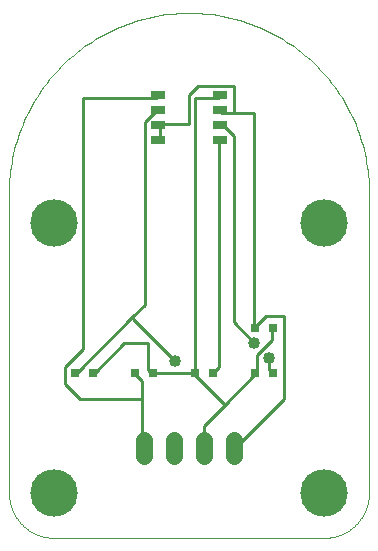
<source format=gtl>
G75*
%MOIN*%
%OFA0B0*%
%FSLAX25Y25*%
%IPPOS*%
%LPD*%
%AMOC8*
5,1,8,0,0,1.08239X$1,22.5*
%
%ADD10R,0.05000X0.02500*%
%ADD11C,0.00000*%
%ADD12C,0.05543*%
%ADD13C,0.15811*%
%ADD14R,0.03150X0.03150*%
%ADD15C,0.01000*%
%ADD16C,0.04000*%
D10*
X0051564Y0134300D03*
X0051564Y0139300D03*
X0051564Y0144300D03*
X0051564Y0149300D03*
X0072036Y0149300D03*
X0072036Y0144300D03*
X0072036Y0139300D03*
X0072036Y0134300D03*
D11*
X0001800Y0116800D02*
X0001800Y0016800D01*
X0001804Y0016438D01*
X0001818Y0016075D01*
X0001839Y0015713D01*
X0001870Y0015352D01*
X0001909Y0014992D01*
X0001957Y0014633D01*
X0002014Y0014275D01*
X0002079Y0013918D01*
X0002153Y0013563D01*
X0002236Y0013210D01*
X0002327Y0012859D01*
X0002426Y0012511D01*
X0002534Y0012165D01*
X0002650Y0011821D01*
X0002775Y0011481D01*
X0002907Y0011144D01*
X0003048Y0010810D01*
X0003197Y0010479D01*
X0003354Y0010152D01*
X0003518Y0009829D01*
X0003690Y0009510D01*
X0003870Y0009196D01*
X0004058Y0008885D01*
X0004253Y0008580D01*
X0004455Y0008279D01*
X0004665Y0007983D01*
X0004881Y0007693D01*
X0005105Y0007407D01*
X0005335Y0007127D01*
X0005572Y0006853D01*
X0005816Y0006585D01*
X0006066Y0006322D01*
X0006322Y0006066D01*
X0006585Y0005816D01*
X0006853Y0005572D01*
X0007127Y0005335D01*
X0007407Y0005105D01*
X0007693Y0004881D01*
X0007983Y0004665D01*
X0008279Y0004455D01*
X0008580Y0004253D01*
X0008885Y0004058D01*
X0009196Y0003870D01*
X0009510Y0003690D01*
X0009829Y0003518D01*
X0010152Y0003354D01*
X0010479Y0003197D01*
X0010810Y0003048D01*
X0011144Y0002907D01*
X0011481Y0002775D01*
X0011821Y0002650D01*
X0012165Y0002534D01*
X0012511Y0002426D01*
X0012859Y0002327D01*
X0013210Y0002236D01*
X0013563Y0002153D01*
X0013918Y0002079D01*
X0014275Y0002014D01*
X0014633Y0001957D01*
X0014992Y0001909D01*
X0015352Y0001870D01*
X0015713Y0001839D01*
X0016075Y0001818D01*
X0016438Y0001804D01*
X0016800Y0001800D01*
X0106800Y0001800D01*
X0107162Y0001804D01*
X0107525Y0001818D01*
X0107887Y0001839D01*
X0108248Y0001870D01*
X0108608Y0001909D01*
X0108967Y0001957D01*
X0109325Y0002014D01*
X0109682Y0002079D01*
X0110037Y0002153D01*
X0110390Y0002236D01*
X0110741Y0002327D01*
X0111089Y0002426D01*
X0111435Y0002534D01*
X0111779Y0002650D01*
X0112119Y0002775D01*
X0112456Y0002907D01*
X0112790Y0003048D01*
X0113121Y0003197D01*
X0113448Y0003354D01*
X0113771Y0003518D01*
X0114090Y0003690D01*
X0114404Y0003870D01*
X0114715Y0004058D01*
X0115020Y0004253D01*
X0115321Y0004455D01*
X0115617Y0004665D01*
X0115907Y0004881D01*
X0116193Y0005105D01*
X0116473Y0005335D01*
X0116747Y0005572D01*
X0117015Y0005816D01*
X0117278Y0006066D01*
X0117534Y0006322D01*
X0117784Y0006585D01*
X0118028Y0006853D01*
X0118265Y0007127D01*
X0118495Y0007407D01*
X0118719Y0007693D01*
X0118935Y0007983D01*
X0119145Y0008279D01*
X0119347Y0008580D01*
X0119542Y0008885D01*
X0119730Y0009196D01*
X0119910Y0009510D01*
X0120082Y0009829D01*
X0120246Y0010152D01*
X0120403Y0010479D01*
X0120552Y0010810D01*
X0120693Y0011144D01*
X0120825Y0011481D01*
X0120950Y0011821D01*
X0121066Y0012165D01*
X0121174Y0012511D01*
X0121273Y0012859D01*
X0121364Y0013210D01*
X0121447Y0013563D01*
X0121521Y0013918D01*
X0121586Y0014275D01*
X0121643Y0014633D01*
X0121691Y0014992D01*
X0121730Y0015352D01*
X0121761Y0015713D01*
X0121782Y0016075D01*
X0121796Y0016438D01*
X0121800Y0016800D01*
X0121800Y0116800D01*
X0121782Y0118261D01*
X0121729Y0119721D01*
X0121640Y0121180D01*
X0121516Y0122636D01*
X0121356Y0124088D01*
X0121161Y0125536D01*
X0120930Y0126979D01*
X0120665Y0128416D01*
X0120365Y0129846D01*
X0120030Y0131268D01*
X0119660Y0132682D01*
X0119256Y0134086D01*
X0118818Y0135480D01*
X0118346Y0136863D01*
X0117841Y0138234D01*
X0117302Y0139592D01*
X0116731Y0140937D01*
X0116127Y0142267D01*
X0115491Y0143583D01*
X0114823Y0144882D01*
X0114123Y0146165D01*
X0113392Y0147430D01*
X0112631Y0148678D01*
X0111840Y0149906D01*
X0111019Y0151115D01*
X0110169Y0152303D01*
X0109290Y0153470D01*
X0108383Y0154616D01*
X0107448Y0155739D01*
X0106486Y0156839D01*
X0105498Y0157915D01*
X0104484Y0158967D01*
X0103444Y0159994D01*
X0102380Y0160995D01*
X0101292Y0161971D01*
X0100180Y0162919D01*
X0099046Y0163840D01*
X0097889Y0164733D01*
X0096712Y0165597D01*
X0095513Y0166433D01*
X0094294Y0167239D01*
X0093056Y0168016D01*
X0091800Y0168762D01*
X0090526Y0169477D01*
X0089235Y0170161D01*
X0087927Y0170813D01*
X0086604Y0171433D01*
X0085266Y0172021D01*
X0083915Y0172576D01*
X0082550Y0173098D01*
X0081173Y0173586D01*
X0079784Y0174041D01*
X0078385Y0174462D01*
X0076976Y0174849D01*
X0075558Y0175201D01*
X0074132Y0175519D01*
X0072698Y0175802D01*
X0071258Y0176050D01*
X0069813Y0176263D01*
X0068362Y0176440D01*
X0066908Y0176582D01*
X0065451Y0176689D01*
X0063991Y0176760D01*
X0062531Y0176796D01*
X0061069Y0176796D01*
X0059609Y0176760D01*
X0058149Y0176689D01*
X0056692Y0176582D01*
X0055238Y0176440D01*
X0053787Y0176263D01*
X0052342Y0176050D01*
X0050902Y0175802D01*
X0049468Y0175519D01*
X0048042Y0175201D01*
X0046624Y0174849D01*
X0045215Y0174462D01*
X0043816Y0174041D01*
X0042427Y0173586D01*
X0041050Y0173098D01*
X0039685Y0172576D01*
X0038334Y0172021D01*
X0036996Y0171433D01*
X0035673Y0170813D01*
X0034365Y0170161D01*
X0033074Y0169477D01*
X0031800Y0168762D01*
X0030544Y0168016D01*
X0029306Y0167239D01*
X0028087Y0166433D01*
X0026888Y0165597D01*
X0025711Y0164733D01*
X0024554Y0163840D01*
X0023420Y0162919D01*
X0022308Y0161971D01*
X0021220Y0160995D01*
X0020156Y0159994D01*
X0019116Y0158967D01*
X0018102Y0157915D01*
X0017114Y0156839D01*
X0016152Y0155739D01*
X0015217Y0154616D01*
X0014310Y0153470D01*
X0013431Y0152303D01*
X0012581Y0151115D01*
X0011760Y0149906D01*
X0010969Y0148678D01*
X0010208Y0147430D01*
X0009477Y0146165D01*
X0008777Y0144882D01*
X0008109Y0143583D01*
X0007473Y0142267D01*
X0006869Y0140937D01*
X0006298Y0139592D01*
X0005759Y0138234D01*
X0005254Y0136863D01*
X0004782Y0135480D01*
X0004344Y0134086D01*
X0003940Y0132682D01*
X0003570Y0131268D01*
X0003235Y0129846D01*
X0002935Y0128416D01*
X0002670Y0126979D01*
X0002439Y0125536D01*
X0002244Y0124088D01*
X0002084Y0122636D01*
X0001960Y0121180D01*
X0001871Y0119721D01*
X0001818Y0118261D01*
X0001800Y0116800D01*
D12*
X0046800Y0034572D02*
X0046800Y0029028D01*
X0056800Y0029028D02*
X0056800Y0034572D01*
X0066800Y0034572D02*
X0066800Y0029028D01*
X0076800Y0029028D02*
X0076800Y0034572D01*
D13*
X0106800Y0016800D03*
X0106800Y0106800D03*
X0016800Y0106800D03*
X0016800Y0016800D03*
D14*
X0023847Y0056800D03*
X0029753Y0056800D03*
X0043847Y0056800D03*
X0049753Y0056800D03*
X0063847Y0056800D03*
X0069753Y0056800D03*
X0083847Y0056800D03*
X0089753Y0056800D03*
X0089753Y0071800D03*
X0083847Y0071800D03*
D15*
X0083572Y0072666D01*
X0083572Y0143532D01*
X0076682Y0143532D01*
X0076682Y0152391D01*
X0064871Y0152391D01*
X0061918Y0149438D01*
X0061918Y0139595D01*
X0052076Y0139595D01*
X0051564Y0139300D01*
X0052076Y0138611D01*
X0052076Y0134674D01*
X0051564Y0134300D01*
X0047154Y0140580D02*
X0051091Y0144517D01*
X0051564Y0144300D01*
X0051091Y0148454D02*
X0051564Y0149300D01*
X0051091Y0148454D02*
X0026485Y0148454D01*
X0026485Y0064792D01*
X0020580Y0058887D01*
X0020580Y0052981D01*
X0025501Y0048060D01*
X0046170Y0048060D01*
X0046170Y0053965D01*
X0044202Y0055934D01*
X0043847Y0056800D01*
X0048139Y0057902D02*
X0049123Y0056918D01*
X0049753Y0056800D01*
X0050107Y0056918D01*
X0062902Y0056918D01*
X0063847Y0056800D01*
X0063887Y0055934D01*
X0073729Y0046091D01*
X0083572Y0055934D01*
X0083847Y0056800D01*
X0084556Y0056918D01*
X0084556Y0062824D01*
X0089477Y0067745D01*
X0089477Y0071682D01*
X0089753Y0071800D01*
X0087509Y0075619D02*
X0093414Y0075619D01*
X0093414Y0048060D01*
X0077666Y0032312D01*
X0076800Y0031800D01*
X0066839Y0032312D02*
X0066800Y0031800D01*
X0066839Y0032312D02*
X0066839Y0039202D01*
X0073729Y0046091D01*
X0069753Y0056800D02*
X0069792Y0056918D01*
X0071761Y0058887D01*
X0071761Y0133690D01*
X0072036Y0134300D01*
X0072036Y0139300D02*
X0072745Y0139595D01*
X0076682Y0135658D01*
X0076682Y0073650D01*
X0083572Y0066761D01*
X0083847Y0071800D02*
X0084556Y0072666D01*
X0087509Y0075619D01*
X0088493Y0061839D02*
X0088493Y0057902D01*
X0089477Y0056918D01*
X0089753Y0056800D01*
X0063887Y0056918D02*
X0063847Y0056800D01*
X0063887Y0056918D02*
X0063887Y0148454D01*
X0071761Y0148454D01*
X0072036Y0149300D01*
X0072036Y0144300D02*
X0072745Y0143532D01*
X0076682Y0143532D01*
X0047154Y0140580D02*
X0047154Y0079556D01*
X0043217Y0075619D01*
X0043217Y0074635D01*
X0056997Y0060855D01*
X0048139Y0057902D02*
X0048139Y0066761D01*
X0040265Y0066761D01*
X0030422Y0056918D01*
X0029753Y0056800D01*
X0024517Y0056918D02*
X0023847Y0056800D01*
X0024517Y0056918D02*
X0043217Y0075619D01*
X0046170Y0048060D02*
X0046170Y0032312D01*
X0046800Y0031800D01*
D16*
X0056997Y0060855D03*
X0083572Y0066761D03*
X0088493Y0061839D03*
M02*

</source>
